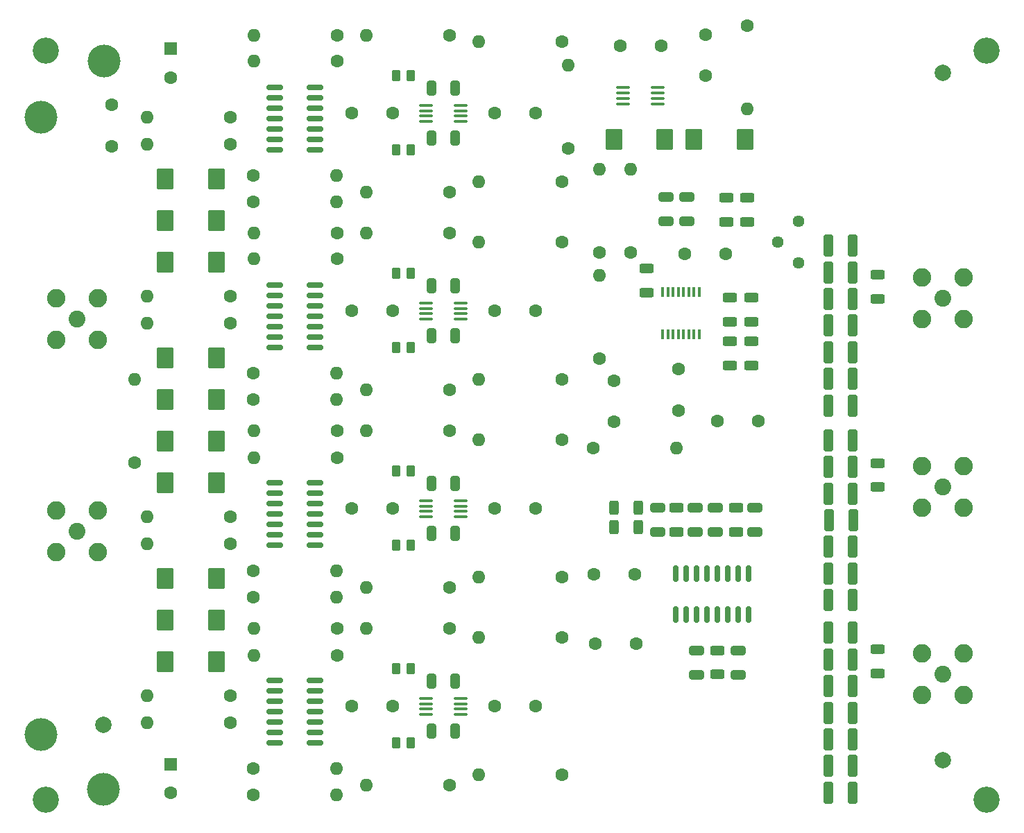
<source format=gbr>
G04 #@! TF.GenerationSoftware,KiCad,Pcbnew,7.0.1*
G04 #@! TF.CreationDate,2023-05-02T10:47:00+02:00*
G04 #@! TF.ProjectId,main,6d61696e-2e6b-4696-9361-645f70636258,rev?*
G04 #@! TF.SameCoordinates,Original*
G04 #@! TF.FileFunction,Soldermask,Top*
G04 #@! TF.FilePolarity,Negative*
%FSLAX46Y46*%
G04 Gerber Fmt 4.6, Leading zero omitted, Abs format (unit mm)*
G04 Created by KiCad (PCBNEW 7.0.1) date 2023-05-02 10:47:00*
%MOMM*%
%LPD*%
G01*
G04 APERTURE LIST*
G04 Aperture macros list*
%AMRoundRect*
0 Rectangle with rounded corners*
0 $1 Rounding radius*
0 $2 $3 $4 $5 $6 $7 $8 $9 X,Y pos of 4 corners*
0 Add a 4 corners polygon primitive as box body*
4,1,4,$2,$3,$4,$5,$6,$7,$8,$9,$2,$3,0*
0 Add four circle primitives for the rounded corners*
1,1,$1+$1,$2,$3*
1,1,$1+$1,$4,$5*
1,1,$1+$1,$6,$7*
1,1,$1+$1,$8,$9*
0 Add four rect primitives between the rounded corners*
20,1,$1+$1,$2,$3,$4,$5,0*
20,1,$1+$1,$4,$5,$6,$7,0*
20,1,$1+$1,$6,$7,$8,$9,0*
20,1,$1+$1,$8,$9,$2,$3,0*%
G04 Aperture macros list end*
%ADD10C,1.440000*%
%ADD11RoundRect,0.150000X-0.825000X-0.150000X0.825000X-0.150000X0.825000X0.150000X-0.825000X0.150000X0*%
%ADD12C,4.000000*%
%ADD13C,3.200000*%
%ADD14C,1.600000*%
%ADD15O,1.600000X1.600000*%
%ADD16RoundRect,0.250000X-0.787500X-1.025000X0.787500X-1.025000X0.787500X1.025000X-0.787500X1.025000X0*%
%ADD17C,2.050000*%
%ADD18C,2.250000*%
%ADD19RoundRect,0.250000X-0.312500X-0.625000X0.312500X-0.625000X0.312500X0.625000X-0.312500X0.625000X0*%
%ADD20RoundRect,0.250000X0.625000X-0.312500X0.625000X0.312500X-0.625000X0.312500X-0.625000X-0.312500X0*%
%ADD21RoundRect,0.250000X-0.650000X0.325000X-0.650000X-0.325000X0.650000X-0.325000X0.650000X0.325000X0*%
%ADD22C,2.000000*%
%ADD23RoundRect,0.250000X0.325000X0.650000X-0.325000X0.650000X-0.325000X-0.650000X0.325000X-0.650000X0*%
%ADD24RoundRect,0.250000X0.650000X-0.325000X0.650000X0.325000X-0.650000X0.325000X-0.650000X-0.325000X0*%
%ADD25RoundRect,0.250000X0.325000X1.100000X-0.325000X1.100000X-0.325000X-1.100000X0.325000X-1.100000X0*%
%ADD26R,1.600000X1.600000*%
%ADD27RoundRect,0.250000X0.262500X0.450000X-0.262500X0.450000X-0.262500X-0.450000X0.262500X-0.450000X0*%
%ADD28RoundRect,0.250000X-0.625000X0.312500X-0.625000X-0.312500X0.625000X-0.312500X0.625000X0.312500X0*%
%ADD29RoundRect,0.250000X0.312500X0.625000X-0.312500X0.625000X-0.312500X-0.625000X0.312500X-0.625000X0*%
%ADD30RoundRect,0.100000X-0.712500X-0.100000X0.712500X-0.100000X0.712500X0.100000X-0.712500X0.100000X0*%
%ADD31RoundRect,0.150000X0.150000X-0.825000X0.150000X0.825000X-0.150000X0.825000X-0.150000X-0.825000X0*%
%ADD32R,0.400000X1.200000*%
G04 APERTURE END LIST*
D10*
X117028000Y-75988000D03*
X114488000Y-73448000D03*
X117028000Y-70908000D03*
D11*
X53085000Y-78655000D03*
X53085000Y-79925000D03*
X53085000Y-81195000D03*
X53085000Y-82465000D03*
X53085000Y-83735000D03*
X53085000Y-85005000D03*
X53085000Y-86275000D03*
X58035000Y-86275000D03*
X58035000Y-85005000D03*
X58035000Y-83735000D03*
X58035000Y-82465000D03*
X58035000Y-81195000D03*
X58035000Y-79925000D03*
X58035000Y-78655000D03*
D12*
X32319000Y-51350000D03*
D13*
X140015000Y-141520000D03*
D14*
X92009000Y-98594000D03*
D15*
X102169000Y-98594000D03*
D16*
X94484500Y-60875000D03*
X100709500Y-60875000D03*
X104263500Y-60875000D03*
X110488500Y-60875000D03*
D13*
X25207000Y-141520000D03*
D16*
X39747500Y-65701000D03*
X45972500Y-65701000D03*
X39747500Y-70781000D03*
X45972500Y-70781000D03*
X39747500Y-75861000D03*
X45972500Y-75861000D03*
X39747500Y-87545000D03*
X45972500Y-87545000D03*
X39747500Y-92625000D03*
X45972500Y-92625000D03*
X39747500Y-97705000D03*
X45972500Y-97705000D03*
X39747500Y-102785000D03*
X45972500Y-102785000D03*
X39747500Y-114469000D03*
X45972500Y-114469000D03*
X39747500Y-119549000D03*
X45972500Y-119549000D03*
X39747500Y-124629000D03*
X45972500Y-124629000D03*
D17*
X134681000Y-80306000D03*
D18*
X132141000Y-77766000D03*
X132141000Y-82846000D03*
X137221000Y-77766000D03*
X137221000Y-82846000D03*
D17*
X29017000Y-82846000D03*
D18*
X26477000Y-80306000D03*
X26477000Y-85386000D03*
X31557000Y-80306000D03*
X31557000Y-85386000D03*
D17*
X29017000Y-108754000D03*
D18*
X26477000Y-106214000D03*
X26477000Y-111294000D03*
X31557000Y-106214000D03*
X31557000Y-111294000D03*
D12*
X32192000Y-140250000D03*
X24572000Y-58208000D03*
X24572000Y-133519000D03*
D17*
X134681000Y-103293000D03*
D18*
X132141000Y-100753000D03*
X132141000Y-105833000D03*
X137221000Y-100753000D03*
X137221000Y-105833000D03*
D17*
X134681000Y-126153000D03*
D18*
X132141000Y-123613000D03*
X132141000Y-128693000D03*
X137221000Y-123613000D03*
X137221000Y-128693000D03*
D19*
X94557500Y-108246000D03*
X97482500Y-108246000D03*
D20*
X102169000Y-108794100D03*
X102169000Y-105869100D03*
D21*
X109662000Y-123255600D03*
X109662000Y-126205600D03*
D22*
X32192000Y-132376000D03*
X134681000Y-136694000D03*
X134681000Y-52747000D03*
D11*
X53085000Y-54525000D03*
X53085000Y-55795000D03*
X53085000Y-57065000D03*
X53085000Y-58335000D03*
X53085000Y-59605000D03*
X53085000Y-60875000D03*
X53085000Y-62145000D03*
X58035000Y-62145000D03*
X58035000Y-60875000D03*
X58035000Y-59605000D03*
X58035000Y-58335000D03*
X58035000Y-57065000D03*
X58035000Y-55795000D03*
X58035000Y-54525000D03*
X53085000Y-102785000D03*
X53085000Y-104055000D03*
X53085000Y-105325000D03*
X53085000Y-106595000D03*
X53085000Y-107865000D03*
X53085000Y-109135000D03*
X53085000Y-110405000D03*
X58035000Y-110405000D03*
X58035000Y-109135000D03*
X58035000Y-107865000D03*
X58035000Y-106595000D03*
X58035000Y-105325000D03*
X58035000Y-104055000D03*
X58035000Y-102785000D03*
X53085000Y-126915000D03*
X53085000Y-128185000D03*
X53085000Y-129455000D03*
X53085000Y-130725000D03*
X53085000Y-131995000D03*
X53085000Y-133265000D03*
X53085000Y-134535000D03*
X58035000Y-134535000D03*
X58035000Y-133265000D03*
X58035000Y-131995000D03*
X58035000Y-130725000D03*
X58035000Y-129455000D03*
X58035000Y-128185000D03*
X58035000Y-126915000D03*
D14*
X97216000Y-122470000D03*
X92216000Y-122470000D03*
X97089000Y-113961000D03*
X92089000Y-113961000D03*
D23*
X75172000Y-54652000D03*
X72222000Y-54652000D03*
X75172000Y-60748000D03*
X72222000Y-60748000D03*
D14*
X67498000Y-57700000D03*
X62498000Y-57700000D03*
X79944000Y-57700000D03*
X84944000Y-57700000D03*
X33208000Y-56684000D03*
X33208000Y-61684000D03*
X95311000Y-49445000D03*
X100311000Y-49445000D03*
X105725000Y-53128000D03*
X105725000Y-48128000D03*
X102423000Y-88942000D03*
X102423000Y-93942000D03*
X103185000Y-74845000D03*
X108185000Y-74845000D03*
X94549000Y-95339000D03*
X94549000Y-90339000D03*
X112122000Y-95292000D03*
X107122000Y-95292000D03*
D24*
X100899000Y-70883000D03*
X100899000Y-67933000D03*
X99883000Y-108808000D03*
X99883000Y-105858000D03*
X103439000Y-70883000D03*
X103439000Y-67933000D03*
X104455000Y-108808000D03*
X104455000Y-105858000D03*
X111694000Y-108808000D03*
X111694000Y-105858000D03*
X106868000Y-108808000D03*
X106868000Y-105858000D03*
D21*
X104582000Y-123257000D03*
X104582000Y-126207000D03*
D25*
X123670000Y-97608000D03*
X120720000Y-97608000D03*
X123670000Y-100858000D03*
X120720000Y-100858000D03*
X123670000Y-104108000D03*
X120720000Y-104108000D03*
X123695000Y-107358000D03*
X120745000Y-107358000D03*
X123670000Y-110608000D03*
X120720000Y-110608000D03*
X123670000Y-113858000D03*
X120720000Y-113858000D03*
X123670000Y-117108000D03*
X120720000Y-117108000D03*
X123670000Y-73858000D03*
X120720000Y-73858000D03*
X123670000Y-77108000D03*
X120720000Y-77108000D03*
X123670000Y-80358000D03*
X120720000Y-80358000D03*
X123670000Y-83608000D03*
X120720000Y-83608000D03*
X123670000Y-121108000D03*
X120720000Y-121108000D03*
X123670000Y-124358000D03*
X120720000Y-124358000D03*
X123670000Y-127608000D03*
X120720000Y-127608000D03*
X123670000Y-134108000D03*
X120720000Y-134108000D03*
X123670000Y-86858000D03*
X120720000Y-86858000D03*
X123670000Y-90108000D03*
X120720000Y-90108000D03*
X123670000Y-93358000D03*
X120720000Y-93358000D03*
X123670000Y-130858000D03*
X120720000Y-130858000D03*
X123670000Y-140608000D03*
X120720000Y-140608000D03*
X123670000Y-137358000D03*
X120720000Y-137358000D03*
D23*
X75172000Y-78782000D03*
X72222000Y-78782000D03*
X75172000Y-84878000D03*
X72222000Y-84878000D03*
D14*
X67498000Y-81830000D03*
X62498000Y-81830000D03*
X79944000Y-81830000D03*
X84944000Y-81830000D03*
D23*
X75172000Y-102912000D03*
X72222000Y-102912000D03*
X75172000Y-109008000D03*
X72222000Y-109008000D03*
D14*
X67498000Y-105960000D03*
X62498000Y-105960000D03*
X79944000Y-105960000D03*
X84944000Y-105960000D03*
D23*
X75172000Y-127042000D03*
X72222000Y-127042000D03*
X75172000Y-133138000D03*
X72222000Y-133138000D03*
D14*
X67498000Y-130090000D03*
X62498000Y-130090000D03*
X79944000Y-130090000D03*
X84944000Y-130090000D03*
D26*
X40447000Y-49826000D03*
D14*
X40447000Y-53326000D03*
D26*
X40447000Y-137131000D03*
D14*
X40447000Y-140631000D03*
X88199000Y-48908000D03*
D15*
X78039000Y-48908000D03*
D14*
X88199000Y-66082000D03*
D15*
X78039000Y-66082000D03*
D14*
X47686000Y-58208000D03*
D15*
X37526000Y-58208000D03*
D14*
X47686000Y-61510000D03*
D15*
X37526000Y-61510000D03*
D14*
X60767000Y-51350000D03*
D15*
X50607000Y-51350000D03*
D14*
X50480000Y-65320000D03*
D15*
X60640000Y-65320000D03*
D14*
X60767000Y-48175000D03*
D15*
X50607000Y-48175000D03*
D14*
X74483000Y-48175000D03*
D15*
X64323000Y-48175000D03*
D14*
X74483000Y-67352000D03*
D15*
X64323000Y-67352000D03*
D14*
X50480000Y-68495000D03*
D15*
X60640000Y-68495000D03*
D27*
X69741500Y-53128000D03*
X67916500Y-53128000D03*
X69741500Y-62145000D03*
X67916500Y-62145000D03*
D14*
X36002000Y-100372000D03*
D15*
X36002000Y-90212000D03*
D14*
X88961000Y-62018000D03*
D15*
X88961000Y-51858000D03*
D14*
X110805000Y-47032000D03*
D15*
X110805000Y-57192000D03*
D14*
X96581000Y-74718000D03*
D15*
X96581000Y-64558000D03*
D14*
X92771000Y-74718000D03*
D15*
X92771000Y-64558000D03*
D14*
X92771000Y-87672000D03*
D15*
X92771000Y-77512000D03*
D20*
X111313000Y-88446500D03*
X111313000Y-85521500D03*
D28*
X108646000Y-85521500D03*
X108646000Y-88446500D03*
X108646000Y-80187500D03*
X108646000Y-83112500D03*
D20*
X111313000Y-83112500D03*
X111313000Y-80187500D03*
D28*
X110805000Y-67995500D03*
X110805000Y-70920500D03*
D29*
X97482500Y-105833000D03*
X94557500Y-105833000D03*
D20*
X108265000Y-70920500D03*
X108265000Y-67995500D03*
D28*
X98486000Y-76631500D03*
X98486000Y-79556500D03*
D20*
X109408000Y-108794100D03*
X109408000Y-105869100D03*
D28*
X107122000Y-123268100D03*
X107122000Y-126193100D03*
X126695000Y-100395500D03*
X126695000Y-103320500D03*
X126695000Y-123145500D03*
X126695000Y-126070500D03*
X126695000Y-77395500D03*
X126695000Y-80320500D03*
D14*
X47686000Y-80052000D03*
D15*
X37526000Y-80052000D03*
D14*
X47686000Y-83354000D03*
D15*
X37526000Y-83354000D03*
D14*
X60767000Y-75480000D03*
D15*
X50607000Y-75480000D03*
D14*
X50480000Y-89450000D03*
D15*
X60640000Y-89450000D03*
D14*
X60767000Y-72305000D03*
D15*
X50607000Y-72305000D03*
D14*
X74483000Y-72305000D03*
D15*
X64323000Y-72305000D03*
D14*
X74483000Y-91482000D03*
D15*
X64323000Y-91482000D03*
D14*
X50480000Y-92625000D03*
D15*
X60640000Y-92625000D03*
D27*
X69741500Y-77258000D03*
X67916500Y-77258000D03*
X69741500Y-86275000D03*
X67916500Y-86275000D03*
D14*
X88199000Y-73448000D03*
D15*
X78039000Y-73448000D03*
D14*
X88199000Y-90212000D03*
D15*
X78039000Y-90212000D03*
D14*
X88199000Y-97578000D03*
D15*
X78039000Y-97578000D03*
D14*
X88199000Y-114342000D03*
D15*
X78039000Y-114342000D03*
D14*
X47686000Y-106976000D03*
D15*
X37526000Y-106976000D03*
D14*
X47686000Y-110278000D03*
D15*
X37526000Y-110278000D03*
D14*
X60767000Y-99737000D03*
D15*
X50607000Y-99737000D03*
D14*
X50480000Y-113580000D03*
D15*
X60640000Y-113580000D03*
D14*
X60767000Y-96435000D03*
D15*
X50607000Y-96435000D03*
D14*
X74483000Y-96435000D03*
D15*
X64323000Y-96435000D03*
D14*
X74483000Y-115612000D03*
D15*
X64323000Y-115612000D03*
D14*
X50480000Y-116755000D03*
D15*
X60640000Y-116755000D03*
D27*
X69741500Y-101388000D03*
X67916500Y-101388000D03*
X69741500Y-110405000D03*
X67916500Y-110405000D03*
D14*
X88199000Y-121708000D03*
D15*
X78039000Y-121708000D03*
D14*
X88199000Y-138472000D03*
D15*
X78039000Y-138472000D03*
D14*
X47686000Y-128820000D03*
D15*
X37526000Y-128820000D03*
D14*
X47686000Y-132122000D03*
D15*
X37526000Y-132122000D03*
D14*
X60767000Y-123867000D03*
D15*
X50607000Y-123867000D03*
D14*
X50480000Y-137710000D03*
D15*
X60640000Y-137710000D03*
D14*
X60767000Y-120565000D03*
D15*
X50607000Y-120565000D03*
D14*
X74483000Y-120565000D03*
D15*
X64323000Y-120565000D03*
D14*
X74483000Y-139742000D03*
D15*
X64323000Y-139742000D03*
D14*
X50480000Y-140885000D03*
D15*
X60640000Y-140885000D03*
D27*
X69741500Y-125518000D03*
X67916500Y-125518000D03*
X69741500Y-134535000D03*
X67916500Y-134535000D03*
D30*
X71608500Y-56725000D03*
X71608500Y-57375000D03*
X71608500Y-58025000D03*
X71608500Y-58675000D03*
X75833500Y-58675000D03*
X75833500Y-58025000D03*
X75833500Y-57375000D03*
X75833500Y-56725000D03*
X95611500Y-54566000D03*
X95611500Y-55216000D03*
X95611500Y-55866000D03*
X95611500Y-56516000D03*
X99836500Y-56516000D03*
X99836500Y-55866000D03*
X99836500Y-55216000D03*
X99836500Y-54566000D03*
D31*
X102042000Y-118849000D03*
X103312000Y-118849000D03*
X104582000Y-118849000D03*
X105852000Y-118849000D03*
X107122000Y-118849000D03*
X108392000Y-118849000D03*
X109662000Y-118849000D03*
X110932000Y-118849000D03*
X110932000Y-113899000D03*
X109662000Y-113899000D03*
X108392000Y-113899000D03*
X107122000Y-113899000D03*
X105852000Y-113899000D03*
X104582000Y-113899000D03*
X103312000Y-113899000D03*
X102042000Y-113899000D03*
D30*
X71608500Y-80855000D03*
X71608500Y-81505000D03*
X71608500Y-82155000D03*
X71608500Y-82805000D03*
X75833500Y-82805000D03*
X75833500Y-82155000D03*
X75833500Y-81505000D03*
X75833500Y-80855000D03*
X71608500Y-104985000D03*
X71608500Y-105635000D03*
X71608500Y-106285000D03*
X71608500Y-106935000D03*
X75833500Y-106935000D03*
X75833500Y-106285000D03*
X75833500Y-105635000D03*
X75833500Y-104985000D03*
X71608500Y-129115000D03*
X71608500Y-129765000D03*
X71608500Y-130415000D03*
X71608500Y-131065000D03*
X75833500Y-131065000D03*
X75833500Y-130415000D03*
X75833500Y-129765000D03*
X75833500Y-129115000D03*
D13*
X140015000Y-50080000D03*
X25207000Y-50080000D03*
D32*
X100472500Y-84708000D03*
X101107500Y-84708000D03*
X101742500Y-84708000D03*
X102377500Y-84708000D03*
X103012500Y-84708000D03*
X103647500Y-84708000D03*
X104282500Y-84708000D03*
X104917500Y-84708000D03*
X104917500Y-79508000D03*
X104282500Y-79508000D03*
X103647500Y-79508000D03*
X103012500Y-79508000D03*
X102377500Y-79508000D03*
X101742500Y-79508000D03*
X101107500Y-79508000D03*
X100472500Y-79508000D03*
M02*

</source>
